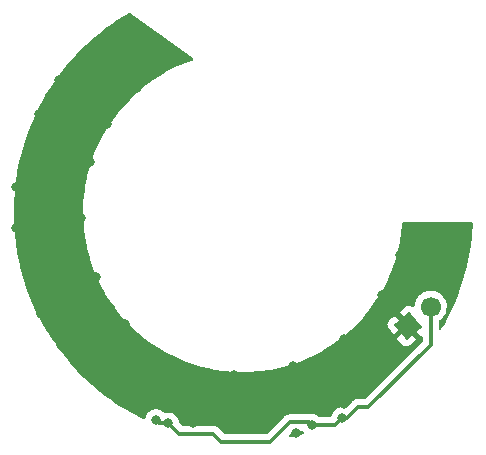
<source format=gbr>
G04 #@! TF.GenerationSoftware,KiCad,Pcbnew,6.0.4-6f826c9f35~116~ubuntu21.10.1*
G04 #@! TF.CreationDate,2023-01-05T16:01:04-05:00*
G04 #@! TF.ProjectId,T36VAIllumination,54333656-4149-46c6-9c75-6d696e617469,rev?*
G04 #@! TF.SameCoordinates,PX1c9c380PYa21fe80*
G04 #@! TF.FileFunction,Copper,L2,Bot*
G04 #@! TF.FilePolarity,Positive*
%FSLAX46Y46*%
G04 Gerber Fmt 4.6, Leading zero omitted, Abs format (unit mm)*
G04 Created by KiCad (PCBNEW 6.0.4-6f826c9f35~116~ubuntu21.10.1) date 2023-01-05 16:01:04*
%MOMM*%
%LPD*%
G01*
G04 APERTURE LIST*
G04 Aperture macros list*
%AMHorizOval*
0 Thick line with rounded ends*
0 $1 width*
0 $2 $3 position (X,Y) of the first rounded end (center of the circle)*
0 $4 $5 position (X,Y) of the second rounded end (center of the circle)*
0 Add line between two ends*
20,1,$1,$2,$3,$4,$5,0*
0 Add two circle primitives to create the rounded ends*
1,1,$1,$2,$3*
1,1,$1,$4,$5*%
%AMRotRect*
0 Rectangle, with rotation*
0 The origin of the aperture is its center*
0 $1 length*
0 $2 width*
0 $3 Rotation angle, in degrees counterclockwise*
0 Add horizontal line*
21,1,$1,$2,0,0,$3*%
G04 Aperture macros list end*
G04 #@! TA.AperFunction,ComponentPad*
%ADD10C,0.820000*%
G04 #@! TD*
G04 #@! TA.AperFunction,ComponentPad*
%ADD11RotRect,1.700000X1.700000X310.000000*%
G04 #@! TD*
G04 #@! TA.AperFunction,ComponentPad*
%ADD12HorizOval,1.700000X0.000000X0.000000X0.000000X0.000000X0*%
G04 #@! TD*
G04 #@! TA.AperFunction,ViaPad*
%ADD13C,0.800000*%
G04 #@! TD*
G04 #@! TA.AperFunction,Conductor*
%ADD14C,0.350000*%
G04 #@! TD*
G04 APERTURE END LIST*
D10*
G04 #@! TO.P,REF\u002A\u002A,1*
G04 #@! TO.N,GND*
X33500000Y7900000D03*
G04 #@! TD*
G04 #@! TO.P,REF\u002A\u002A,1*
G04 #@! TO.N,GND*
X24500000Y1300000D03*
G04 #@! TD*
G04 #@! TO.P,REF\u002A\u002A,1*
G04 #@! TO.N,GND*
X6500000Y11600000D03*
G04 #@! TD*
G04 #@! TO.P,REF\u002A\u002A,1*
G04 #@! TO.N,GND*
X2900000Y11400000D03*
G04 #@! TD*
G04 #@! TO.P,REF\u002A\u002A,1*
G04 #@! TO.N,GND*
X2700000Y19900000D03*
G04 #@! TD*
G04 #@! TO.P,REF\u002A\u002A,1*
G04 #@! TO.N,GND*
X4400000Y31200000D03*
G04 #@! TD*
G04 #@! TO.P,REF\u002A\u002A,1*
G04 #@! TO.N,GND*
X800000Y18700000D03*
G04 #@! TD*
G04 #@! TO.P,REF\u002A\u002A,1*
G04 #@! TO.N,GND*
X27050000Y5900000D03*
G04 #@! TD*
G04 #@! TO.P,REF\u002A\u002A,1*
G04 #@! TO.N,GND*
X15010000Y33100000D03*
G04 #@! TD*
G04 #@! TO.P,REF\u002A\u002A,1*
G04 #@! TO.N,GND*
X17600000Y4950000D03*
G04 #@! TD*
G04 #@! TO.P,REF\u002A\u002A,1*
G04 #@! TO.N,GND*
X10000000Y10500000D03*
G04 #@! TD*
G04 #@! TO.P,REF\u002A\u002A,1*
G04 #@! TO.N,GND*
X19250000Y6250000D03*
G04 #@! TD*
G04 #@! TO.P,REF\u002A\u002A,1*
G04 #@! TO.N,GND*
X12900000Y34700000D03*
G04 #@! TD*
G04 #@! TO.P,REF\u002A\u002A,1*
G04 #@! TO.N,GND*
X14000000Y7500000D03*
G04 #@! TD*
G04 #@! TO.P,REF\u002A\u002A,1*
G04 #@! TO.N,GND*
X13000000Y5600000D03*
G04 #@! TD*
G04 #@! TO.P,REF\u002A\u002A,1*
G04 #@! TO.N,GND*
X2800000Y15000000D03*
G04 #@! TD*
G04 #@! TO.P,REF\u002A\u002A,1*
G04 #@! TO.N,GND*
X800000Y22100000D03*
G04 #@! TD*
G04 #@! TO.P,REF\u002A\u002A,1*
G04 #@! TO.N,GND*
X7300000Y32700000D03*
G04 #@! TD*
G04 #@! TO.P,REF\u002A\u002A,1*
G04 #@! TO.N,GND*
X7500000Y14500000D03*
G04 #@! TD*
G04 #@! TO.P,REF\u002A\u002A,1*
G04 #@! TO.N,GND*
X8500000Y27500000D03*
G04 #@! TD*
G04 #@! TO.P,REF\u002A\u002A,1*
G04 #@! TO.N,GND*
X28500000Y9250000D03*
G04 #@! TD*
G04 #@! TO.P,REF\u002A\u002A,1*
G04 #@! TO.N,GND*
X31750000Y13000000D03*
G04 #@! TD*
G04 #@! TO.P,REF\u002A\u002A,1*
G04 #@! TO.N,GND*
X31200000Y5800000D03*
G04 #@! TD*
G04 #@! TO.P,REF\u002A\u002A,1*
G04 #@! TO.N,GND*
X11000000Y30500000D03*
G04 #@! TD*
G04 #@! TO.P,REF\u002A\u002A,1*
G04 #@! TO.N,GND*
X3750000Y24700000D03*
G04 #@! TD*
G04 #@! TO.P,REF\u002A\u002A,1*
G04 #@! TO.N,GND*
X6250000Y19500000D03*
G04 #@! TD*
G04 #@! TO.P,REF\u002A\u002A,1*
G04 #@! TO.N,GND*
X24250000Y7000000D03*
G04 #@! TD*
G04 #@! TO.P,REF\u002A\u002A,1*
G04 #@! TO.N,GND*
X5500000Y7700000D03*
G04 #@! TD*
G04 #@! TO.P,REF\u002A\u002A,1*
G04 #@! TO.N,GND*
X9500000Y5500000D03*
G04 #@! TD*
G04 #@! TO.P,REF\u002A\u002A,1*
G04 #@! TO.N,GND*
X15790000Y2130000D03*
G04 #@! TD*
G04 #@! TO.P,REF\u002A\u002A,1*
G04 #@! TO.N,GND*
X21300000Y2100000D03*
G04 #@! TD*
G04 #@! TO.P,REF\u002A\u002A,1*
G04 #@! TO.N,GND*
X2700000Y28300000D03*
G04 #@! TD*
G04 #@! TO.P,REF\u002A\u002A,1*
G04 #@! TO.N,GND*
X33260000Y16360000D03*
G04 #@! TD*
G04 #@! TO.P,REF\u002A\u002A,1*
G04 #@! TO.N,GND*
X37700000Y16500000D03*
G04 #@! TD*
G04 #@! TO.P,REF\u002A\u002A,1*
G04 #@! TO.N,GND*
X7000000Y24250000D03*
G04 #@! TD*
D11*
G04 #@! TO.P,J1,1,Pin_1*
G04 #@! TO.N,GND*
X33923294Y10380446D03*
D12*
G04 #@! TO.P,J1,2,Pin_2*
G04 #@! TO.N,VCC*
X35869047Y12013127D03*
G04 #@! TD*
D13*
G04 #@! TO.N,VCC*
X25790000Y2010000D03*
X12620000Y2430000D03*
X13650000Y2130000D03*
X28400000Y2600000D03*
G04 #@! TO.N,GND*
X28500000Y3800000D03*
X25640000Y3810000D03*
G04 #@! TD*
D14*
G04 #@! TO.N,VCC*
X25790000Y2010000D02*
X25600000Y2200000D01*
X25600000Y2200000D02*
X23950000Y2200000D01*
X14530000Y1250000D02*
X13650000Y2130000D01*
X23950000Y2200000D02*
X22290000Y540000D01*
X22290000Y540000D02*
X18160000Y540000D01*
X18160000Y540000D02*
X17450000Y1250000D01*
X17450000Y1250000D02*
X14530000Y1250000D01*
X35869047Y12013127D02*
X35869047Y8769047D01*
X35869047Y8769047D02*
X30600000Y3500000D01*
X30600000Y3500000D02*
X29700000Y3500000D01*
X29700000Y3500000D02*
X28800000Y2600000D01*
X28800000Y2600000D02*
X28400000Y2600000D01*
X27810000Y2010000D02*
X25790000Y2010000D01*
X28400000Y2600000D02*
X27810000Y2010000D01*
X12620000Y2430000D02*
X12910000Y2140000D01*
X12910000Y2140000D02*
X13640000Y2140000D01*
X13640000Y2140000D02*
X13650000Y2130000D01*
G04 #@! TD*
G04 #@! TA.AperFunction,Conductor*
G04 #@! TO.N,GND*
G36*
X25024171Y1496498D02*
G01*
X25049951Y1472146D01*
X25050960Y1473056D01*
X25108058Y1409642D01*
X25138774Y1345636D01*
X25130009Y1275183D01*
X25084546Y1220652D01*
X25044284Y1202924D01*
X24913763Y1171082D01*
X24215973Y1000847D01*
X24210483Y999637D01*
X24001165Y958367D01*
X23930462Y964814D01*
X23874468Y1008462D01*
X23850961Y1075455D01*
X23867405Y1144521D01*
X23887697Y1171082D01*
X24196210Y1479595D01*
X24258522Y1513621D01*
X24285305Y1516500D01*
X24956050Y1516500D01*
X25024171Y1496498D01*
G37*
G04 #@! TD.AperFunction*
G04 #@! TA.AperFunction,Conductor*
G36*
X10436829Y36848086D02*
G01*
X15726284Y33058626D01*
X15770011Y33002694D01*
X15776557Y32931999D01*
X15743844Y32868988D01*
X15690550Y32835955D01*
X15587920Y32803823D01*
X15587914Y32803821D01*
X15586282Y32803310D01*
X15584691Y32802716D01*
X15584673Y32802710D01*
X15034650Y32597416D01*
X14904170Y32548715D01*
X14236739Y32257801D01*
X13585921Y31931410D01*
X13584455Y31930573D01*
X13584449Y31930570D01*
X12957508Y31572716D01*
X12953601Y31570486D01*
X12952194Y31569579D01*
X12952192Y31569578D01*
X12343033Y31176994D01*
X12343017Y31176983D01*
X12341608Y31176075D01*
X11751715Y30749318D01*
X11185630Y30291451D01*
X10644991Y29803799D01*
X10643800Y29802603D01*
X10643789Y29802592D01*
X10387194Y29544799D01*
X10131363Y29287774D01*
X10130222Y29286497D01*
X9647360Y28746131D01*
X9647346Y28746114D01*
X9646234Y28744870D01*
X9191007Y28176659D01*
X8767002Y27584785D01*
X8766098Y27583368D01*
X8766092Y27583359D01*
X8749212Y27556897D01*
X8375444Y26970963D01*
X8374614Y26969493D01*
X8374611Y26969488D01*
X8018304Y26338447D01*
X8017469Y26336968D01*
X7694111Y25684638D01*
X7406308Y25015860D01*
X7154893Y24332570D01*
X6940593Y23636746D01*
X6940185Y23635113D01*
X6940182Y23635103D01*
X6799635Y23072847D01*
X6764028Y22930403D01*
X6625711Y22215586D01*
X6568608Y21802384D01*
X6526652Y21498782D01*
X6526041Y21494364D01*
X6465306Y20768825D01*
X6465255Y20767116D01*
X6465255Y20767112D01*
X6444440Y20066505D01*
X6443684Y20041070D01*
X6461236Y19313206D01*
X6461367Y19311525D01*
X6461368Y19311510D01*
X6479600Y19078006D01*
X6517911Y18587338D01*
X6613546Y17865570D01*
X6747864Y17149991D01*
X6748261Y17148366D01*
X6748264Y17148350D01*
X6796835Y16949319D01*
X6920475Y16442672D01*
X6920965Y16441050D01*
X6920969Y16441034D01*
X7022918Y16103307D01*
X7130880Y15745660D01*
X7378470Y15060975D01*
X7379128Y15059421D01*
X7379132Y15059412D01*
X7534711Y14692246D01*
X7662528Y14390597D01*
X7982232Y13736469D01*
X7983056Y13734990D01*
X7983063Y13734977D01*
X8319698Y13130911D01*
X8336656Y13100482D01*
X8724775Y12484480D01*
X8751021Y12447407D01*
X9105611Y11946537D01*
X9145463Y11890244D01*
X9146500Y11888935D01*
X9146502Y11888932D01*
X9583288Y11337447D01*
X9597505Y11319496D01*
X10079590Y10773887D01*
X10590324Y10254997D01*
X11128227Y9764329D01*
X11129544Y9763252D01*
X11129555Y9763242D01*
X11406081Y9537010D01*
X11691743Y9303303D01*
X11693090Y9302317D01*
X12277888Y8874243D01*
X12277904Y8874232D01*
X12279240Y8873254D01*
X12280640Y8872341D01*
X12280651Y8872333D01*
X12887583Y8476361D01*
X12887598Y8476352D01*
X12889017Y8475426D01*
X13083209Y8363138D01*
X13517850Y8111814D01*
X13517868Y8111804D01*
X13519309Y8110971D01*
X14168291Y7780945D01*
X14344717Y7702869D01*
X14832516Y7486997D01*
X14832527Y7486993D01*
X14834085Y7486303D01*
X15174492Y7357074D01*
X15513178Y7228498D01*
X15513189Y7228494D01*
X15514762Y7227897D01*
X16208353Y7006477D01*
X16209973Y7006054D01*
X16209988Y7006050D01*
X16911223Y6823107D01*
X16911230Y6823105D01*
X16912849Y6822683D01*
X17113053Y6781810D01*
X17624558Y6677383D01*
X17624575Y6677380D01*
X17626211Y6677046D01*
X17627884Y6676797D01*
X17627897Y6676795D01*
X18344675Y6570242D01*
X18344690Y6570240D01*
X18346373Y6569990D01*
X18603763Y6545785D01*
X19069558Y6501982D01*
X19069566Y6501981D01*
X19071251Y6501823D01*
X19072952Y6501755D01*
X19072967Y6501754D01*
X19725965Y6475651D01*
X19798747Y6472742D01*
X19800422Y6472765D01*
X19800438Y6472765D01*
X20525047Y6482810D01*
X20525060Y6482811D01*
X20526753Y6482834D01*
X21253163Y6532067D01*
X21254859Y6532274D01*
X21254869Y6532275D01*
X21630982Y6578193D01*
X21975873Y6620299D01*
X22298175Y6677383D01*
X22691134Y6746981D01*
X22691146Y6746984D01*
X22692792Y6747275D01*
X22936284Y6804058D01*
X23400193Y6912243D01*
X23400200Y6912245D01*
X23401843Y6912628D01*
X23723191Y7006050D01*
X24099358Y7115409D01*
X24099365Y7115411D01*
X24100974Y7115879D01*
X24102553Y7116432D01*
X24102560Y7116434D01*
X24398156Y7219912D01*
X24788161Y7356439D01*
X25461415Y7633611D01*
X25462920Y7634328D01*
X25462930Y7634332D01*
X26117262Y7945868D01*
X26117274Y7945874D01*
X26118786Y7946594D01*
X26758371Y8294481D01*
X26759803Y8295363D01*
X26759817Y8295371D01*
X27376848Y8675360D01*
X27376851Y8675362D01*
X27378319Y8676266D01*
X27379724Y8677239D01*
X27379739Y8677249D01*
X27975437Y9089873D01*
X27975453Y9089885D01*
X27976835Y9090842D01*
X28089835Y9178470D01*
X28258864Y9309547D01*
X33051324Y9309547D01*
X33054981Y9302589D01*
X33458095Y8822177D01*
X33462746Y8817207D01*
X33499684Y8781783D01*
X33512262Y8772434D01*
X33624283Y8709185D01*
X33640833Y8702732D01*
X33765058Y8673709D01*
X33782753Y8672161D01*
X33910127Y8679171D01*
X33927554Y8682653D01*
X34048853Y8725488D01*
X34062865Y8732512D01*
X34105392Y8760982D01*
X34110835Y8765068D01*
X34587746Y9165245D01*
X34596545Y9178470D01*
X34596574Y9180309D01*
X34592917Y9187267D01*
X33903632Y10008725D01*
X33890407Y10017524D01*
X33888568Y10017553D01*
X33881610Y10013896D01*
X33060152Y9324611D01*
X33051353Y9311386D01*
X33051324Y9309547D01*
X28258864Y9309547D01*
X28550839Y9535964D01*
X28550854Y9535976D01*
X28552187Y9537010D01*
X28553472Y9538122D01*
X28553484Y9538132D01*
X29101416Y10012360D01*
X29102708Y10013478D01*
X29112471Y10022892D01*
X29358051Y10259707D01*
X29626804Y10518867D01*
X29628778Y10520987D01*
X32215009Y10520987D01*
X32222019Y10393613D01*
X32225501Y10376186D01*
X32268336Y10254887D01*
X32275360Y10240875D01*
X32303830Y10198348D01*
X32307916Y10192905D01*
X32708093Y9715994D01*
X32721318Y9707195D01*
X32723157Y9707166D01*
X32730115Y9710823D01*
X33551573Y10400108D01*
X33560372Y10413333D01*
X33560401Y10415172D01*
X33556744Y10422130D01*
X32867459Y11243588D01*
X32854234Y11252387D01*
X32852395Y11252416D01*
X32845437Y11248759D01*
X32365025Y10845645D01*
X32360055Y10840994D01*
X32324631Y10804056D01*
X32315282Y10791478D01*
X32252033Y10679457D01*
X32245580Y10662907D01*
X32216557Y10538682D01*
X32215009Y10520987D01*
X29628778Y10520987D01*
X30122960Y11051713D01*
X30126423Y11055858D01*
X30588653Y11609177D01*
X30588659Y11609184D01*
X30589737Y11610475D01*
X30675430Y11725058D01*
X31024768Y12192173D01*
X31024770Y12192175D01*
X31025785Y12193533D01*
X31429842Y12799201D01*
X31635845Y13147185D01*
X31799861Y13424244D01*
X31799863Y13424248D01*
X31800737Y13425724D01*
X32137397Y14071290D01*
X32138080Y14072792D01*
X32138088Y14072808D01*
X32438152Y14732499D01*
X32438848Y14734029D01*
X32464763Y14800238D01*
X32595364Y15133915D01*
X32704216Y15412022D01*
X32771835Y15616574D01*
X32816141Y15750606D01*
X32932733Y16103307D01*
X32974799Y16258039D01*
X33123297Y16804258D01*
X33123301Y16804276D01*
X33123738Y16805882D01*
X33169372Y17018274D01*
X33276321Y17516053D01*
X33276678Y17517714D01*
X33391110Y18236742D01*
X33466703Y18960883D01*
X33469394Y19014432D01*
X33472277Y19071823D01*
X33495672Y19138854D01*
X33551593Y19182596D01*
X33598118Y19191500D01*
X39331359Y19191500D01*
X39399480Y19171498D01*
X39445973Y19117842D01*
X39457270Y19060773D01*
X39453457Y18959191D01*
X39449092Y18842931D01*
X39448757Y18837335D01*
X39399172Y18235055D01*
X39377977Y17977619D01*
X39377391Y17972028D01*
X39268334Y17116336D01*
X39267499Y17110777D01*
X39120384Y16260809D01*
X39119302Y16255293D01*
X38934421Y15412733D01*
X38933094Y15407270D01*
X38710809Y14573778D01*
X38709239Y14568380D01*
X38450004Y13745654D01*
X38448210Y13740373D01*
X38277085Y13271377D01*
X38152516Y12929976D01*
X38150483Y12924767D01*
X37818933Y12128361D01*
X37816682Y12123278D01*
X37516647Y11484482D01*
X37449951Y11342481D01*
X37447450Y11337452D01*
X37263108Y10986560D01*
X37046265Y10573806D01*
X37043540Y10568889D01*
X36787366Y10130007D01*
X36735751Y10081258D01*
X36665975Y10068153D01*
X36600190Y10094852D01*
X36559283Y10152879D01*
X36552547Y10193524D01*
X36552547Y10766998D01*
X36572549Y10835119D01*
X36605379Y10869577D01*
X36643117Y10896495D01*
X36748907Y10971954D01*
X36907143Y11129638D01*
X37037500Y11311050D01*
X37041675Y11319496D01*
X37134183Y11506674D01*
X37134184Y11506676D01*
X37136477Y11511316D01*
X37201417Y11725058D01*
X37230576Y11946537D01*
X37232203Y12013127D01*
X37213899Y12235766D01*
X37159478Y12452425D01*
X37070401Y12657287D01*
X37030953Y12718265D01*
X36951869Y12840510D01*
X36951867Y12840513D01*
X36949061Y12844850D01*
X36798717Y13010076D01*
X36794666Y13013275D01*
X36794662Y13013279D01*
X36627461Y13145327D01*
X36627457Y13145329D01*
X36623406Y13148529D01*
X36616311Y13152446D01*
X36571183Y13177358D01*
X36427836Y13256489D01*
X36422967Y13258213D01*
X36422963Y13258215D01*
X36222134Y13329332D01*
X36222130Y13329333D01*
X36217259Y13331058D01*
X36212166Y13331965D01*
X36212163Y13331966D01*
X36002420Y13369327D01*
X36002414Y13369328D01*
X35997331Y13370233D01*
X35923499Y13371135D01*
X35779128Y13372899D01*
X35779126Y13372899D01*
X35773958Y13372962D01*
X35553138Y13339172D01*
X35340803Y13269770D01*
X35142654Y13166620D01*
X35138521Y13163517D01*
X35138518Y13163515D01*
X35056561Y13101980D01*
X34964012Y13032492D01*
X34809676Y12870989D01*
X34806762Y12866717D01*
X34806761Y12866716D01*
X34759741Y12797787D01*
X34683790Y12686447D01*
X34668050Y12652537D01*
X34608059Y12523297D01*
X34589735Y12483822D01*
X34530036Y12268557D01*
X34529487Y12263420D01*
X34511032Y12090734D01*
X34483904Y12025124D01*
X34425611Y11984596D01*
X34354662Y11982017D01*
X34323796Y11994404D01*
X34222305Y12051707D01*
X34205755Y12058160D01*
X34081530Y12087183D01*
X34063835Y12088731D01*
X33936461Y12081721D01*
X33919034Y12078239D01*
X33797735Y12035404D01*
X33783723Y12028380D01*
X33741196Y11999910D01*
X33735753Y11995824D01*
X33258842Y11595647D01*
X33250043Y11582422D01*
X33250014Y11580583D01*
X33253671Y11573625D01*
X34258395Y10376242D01*
X34979129Y9517304D01*
X34992354Y9508505D01*
X34994193Y9508476D01*
X35000924Y9512014D01*
X35070529Y9526002D01*
X35136647Y9500139D01*
X35178287Y9442635D01*
X35185547Y9400482D01*
X35185547Y9104352D01*
X35165545Y9036231D01*
X35148642Y9015257D01*
X30353790Y4220405D01*
X30291478Y4186379D01*
X30264695Y4183500D01*
X29728045Y4183500D01*
X29719476Y4183792D01*
X29671542Y4187060D01*
X29671538Y4187060D01*
X29663966Y4187576D01*
X29656489Y4186271D01*
X29656486Y4186271D01*
X29603353Y4176998D01*
X29596829Y4176035D01*
X29543309Y4169558D01*
X29535765Y4168645D01*
X29528655Y4165958D01*
X29523752Y4164754D01*
X29513266Y4161886D01*
X29508474Y4160439D01*
X29500996Y4159134D01*
X29494044Y4156082D01*
X29494043Y4156082D01*
X29444659Y4134405D01*
X29438554Y4131914D01*
X29388118Y4112855D01*
X29388115Y4112853D01*
X29381011Y4110169D01*
X29374754Y4105869D01*
X29370286Y4103533D01*
X29360840Y4098275D01*
X29356474Y4095693D01*
X29349515Y4092638D01*
X29300696Y4055177D01*
X29295377Y4051314D01*
X29256679Y4024717D01*
X29244674Y4016466D01*
X29239623Y4010797D01*
X29204768Y3971677D01*
X29199787Y3966402D01*
X28747068Y3513683D01*
X28684756Y3479657D01*
X28631776Y3479531D01*
X28501944Y3507128D01*
X28501939Y3507128D01*
X28495487Y3508500D01*
X28304513Y3508500D01*
X28298061Y3507128D01*
X28298056Y3507128D01*
X28211113Y3488647D01*
X28117712Y3468794D01*
X28111682Y3466109D01*
X28111681Y3466109D01*
X27949278Y3393803D01*
X27949276Y3393802D01*
X27943248Y3391118D01*
X27788747Y3278866D01*
X27784326Y3273956D01*
X27784325Y3273955D01*
X27736751Y3221118D01*
X27660960Y3136944D01*
X27565473Y2971556D01*
X27563431Y2965271D01*
X27520099Y2831909D01*
X27506458Y2789928D01*
X27506120Y2790038D01*
X27474147Y2730824D01*
X27411995Y2696507D01*
X27384634Y2693500D01*
X26435815Y2693500D01*
X26367694Y2713502D01*
X26361754Y2717564D01*
X26252094Y2797237D01*
X26252093Y2797238D01*
X26246752Y2801118D01*
X26240724Y2803802D01*
X26240722Y2803803D01*
X26078319Y2876109D01*
X26078318Y2876109D01*
X26072288Y2878794D01*
X25976921Y2899065D01*
X25891944Y2917128D01*
X25891939Y2917128D01*
X25885487Y2918500D01*
X25694513Y2918500D01*
X25688061Y2917128D01*
X25688056Y2917128D01*
X25556392Y2889141D01*
X25546601Y2887060D01*
X25542804Y2886253D01*
X25516607Y2883500D01*
X23978056Y2883500D01*
X23969486Y2883792D01*
X23968443Y2883863D01*
X23913966Y2887577D01*
X23906489Y2886272D01*
X23906486Y2886272D01*
X23853342Y2876997D01*
X23846819Y2876034D01*
X23793308Y2869558D01*
X23793307Y2869558D01*
X23785765Y2868645D01*
X23778655Y2865959D01*
X23773752Y2864754D01*
X23763300Y2861895D01*
X23758484Y2860441D01*
X23750996Y2859134D01*
X23694627Y2834390D01*
X23688588Y2831925D01*
X23631011Y2810169D01*
X23624748Y2805864D01*
X23620258Y2803517D01*
X23610807Y2798257D01*
X23606466Y2795690D01*
X23599515Y2792639D01*
X23593495Y2788020D01*
X23593487Y2788015D01*
X23550698Y2755181D01*
X23545384Y2751319D01*
X23494674Y2716466D01*
X23489624Y2710798D01*
X23454768Y2671677D01*
X23449787Y2666402D01*
X22043790Y1260405D01*
X21981478Y1226379D01*
X21954695Y1223500D01*
X18495305Y1223500D01*
X18427184Y1243502D01*
X18406210Y1260405D01*
X17953156Y1713459D01*
X17947302Y1719724D01*
X17915704Y1755945D01*
X17910710Y1761670D01*
X17860345Y1797066D01*
X17855077Y1800980D01*
X17812649Y1834248D01*
X17806672Y1838935D01*
X17799748Y1842061D01*
X17795439Y1844671D01*
X17786024Y1850042D01*
X17781576Y1852427D01*
X17775361Y1856795D01*
X17718039Y1879144D01*
X17711971Y1881694D01*
X17655895Y1907014D01*
X17648418Y1908400D01*
X17643598Y1909910D01*
X17633165Y1912882D01*
X17628304Y1914130D01*
X17621228Y1916889D01*
X17560238Y1924918D01*
X17553722Y1925950D01*
X17500700Y1935777D01*
X17493233Y1937161D01*
X17485653Y1936724D01*
X17485652Y1936724D01*
X17433358Y1933709D01*
X17426106Y1933500D01*
X14865305Y1933500D01*
X14797184Y1953502D01*
X14776210Y1970405D01*
X14588817Y2157798D01*
X14554791Y2220110D01*
X14552602Y2233723D01*
X14544232Y2313365D01*
X14544232Y2313367D01*
X14543542Y2319928D01*
X14484527Y2501556D01*
X14389040Y2666944D01*
X14362422Y2696507D01*
X14265675Y2803955D01*
X14265674Y2803956D01*
X14261253Y2808866D01*
X14106752Y2921118D01*
X14100724Y2923802D01*
X14100722Y2923803D01*
X13938319Y2996109D01*
X13938318Y2996109D01*
X13932288Y2998794D01*
X13838888Y3018647D01*
X13751944Y3037128D01*
X13751939Y3037128D01*
X13745487Y3038500D01*
X13554513Y3038500D01*
X13548061Y3037128D01*
X13548056Y3037128D01*
X13407518Y3007255D01*
X13336727Y3012657D01*
X13287687Y3046190D01*
X13231253Y3108866D01*
X13076752Y3221118D01*
X13070724Y3223802D01*
X13070722Y3223803D01*
X12908319Y3296109D01*
X12908318Y3296109D01*
X12902288Y3298794D01*
X12808887Y3318647D01*
X12721944Y3337128D01*
X12721939Y3337128D01*
X12715487Y3338500D01*
X12524513Y3338500D01*
X12518061Y3337128D01*
X12518056Y3337128D01*
X12431113Y3318647D01*
X12337712Y3298794D01*
X12331682Y3296109D01*
X12331681Y3296109D01*
X12169278Y3223803D01*
X12169276Y3223802D01*
X12163248Y3221118D01*
X12008747Y3108866D01*
X12004329Y3103959D01*
X12004325Y3103955D01*
X11890266Y2977279D01*
X11880960Y2966944D01*
X11829029Y2876997D01*
X11816953Y2856080D01*
X11785473Y2801556D01*
X11726458Y2619928D01*
X11725768Y2613367D01*
X11725768Y2613365D01*
X11723315Y2590024D01*
X11696302Y2524367D01*
X11638080Y2483738D01*
X11567135Y2481035D01*
X11545476Y2488667D01*
X11521395Y2499712D01*
X11516341Y2502168D01*
X10749093Y2896385D01*
X10744151Y2899065D01*
X9995234Y3327123D01*
X9990417Y3330021D01*
X9639369Y3552008D01*
X9261335Y3791060D01*
X9256697Y3794140D01*
X8697397Y4183792D01*
X8548891Y4287253D01*
X8544352Y4290568D01*
X8293824Y4482253D01*
X7859264Y4814747D01*
X7854899Y4818244D01*
X7193864Y5372468D01*
X7189638Y5376175D01*
X6554003Y5959315D01*
X6549947Y5963207D01*
X5940949Y6574124D01*
X5937085Y6578176D01*
X5355918Y7215680D01*
X5352230Y7219912D01*
X5346006Y7227384D01*
X5129730Y7486997D01*
X4800118Y7882656D01*
X4796617Y7887054D01*
X4320721Y8513111D01*
X4274606Y8573777D01*
X4271306Y8578324D01*
X4113024Y8807052D01*
X3780429Y9287673D01*
X3777339Y9292359D01*
X3769799Y9304367D01*
X3514562Y9710823D01*
X3318596Y10022892D01*
X3315714Y10027719D01*
X2890037Y10777944D01*
X2887372Y10782894D01*
X2495563Y11551398D01*
X2493122Y11556462D01*
X2135990Y12341662D01*
X2133777Y12346830D01*
X1812022Y13147185D01*
X1810042Y13152446D01*
X1524302Y13966368D01*
X1522559Y13971713D01*
X1273416Y14797551D01*
X1271913Y14802967D01*
X1137601Y15332545D01*
X1059847Y15639123D01*
X1058593Y15644576D01*
X1037370Y15747289D01*
X931833Y16258039D01*
X884041Y16489331D01*
X883026Y16494860D01*
X851899Y16688799D01*
X746324Y17346586D01*
X745559Y17352141D01*
X646986Y18209116D01*
X646469Y18214713D01*
X594343Y18959191D01*
X586220Y19075200D01*
X585953Y19080805D01*
X585017Y19117842D01*
X566839Y19836669D01*
X564146Y19943166D01*
X564130Y19948787D01*
X580810Y20811215D01*
X581044Y20816832D01*
X636176Y21677670D01*
X636660Y21683271D01*
X730137Y22540812D01*
X730871Y22546386D01*
X862502Y23398874D01*
X863483Y23404409D01*
X1033017Y24250216D01*
X1034245Y24255702D01*
X1241328Y25093071D01*
X1242799Y25098497D01*
X1415376Y25683086D01*
X1487033Y25925817D01*
X1488740Y25931157D01*
X1769633Y26746756D01*
X1771582Y26752030D01*
X1857506Y26969488D01*
X2088582Y27554302D01*
X2090747Y27559443D01*
X2443222Y28346789D01*
X2445626Y28351853D01*
X2832855Y29122663D01*
X2835490Y29127629D01*
X2968521Y29365369D01*
X3256722Y29880411D01*
X3259572Y29885248D01*
X3713954Y30618475D01*
X3717021Y30623186D01*
X4203653Y31335414D01*
X4206927Y31339984D01*
X4724857Y32029813D01*
X4728332Y32034232D01*
X5276497Y32700248D01*
X5280165Y32704508D01*
X5857511Y33345432D01*
X5861366Y33349524D01*
X6466722Y33964051D01*
X6470756Y33967967D01*
X6661366Y34144934D01*
X7102923Y34554884D01*
X7107103Y34558595D01*
X7416057Y34820772D01*
X7764821Y35116730D01*
X7769187Y35120271D01*
X8451153Y35648519D01*
X8455673Y35651861D01*
X8646433Y35786451D01*
X9160521Y36149162D01*
X9165140Y36152270D01*
X9891490Y36617649D01*
X9896288Y36620574D01*
X10300275Y36854677D01*
X10369243Y36871526D01*
X10436829Y36848086D01*
G37*
G04 #@! TD.AperFunction*
G04 #@! TD*
M02*

</source>
